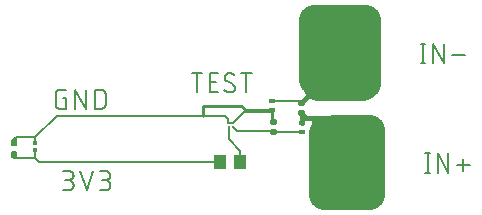
<source format=gtl>
G04 EAGLE Gerber X2 export*
%TF.Part,Single*%
%TF.FileFunction,Copper,L1,Top,Mixed*%
%TF.FilePolarity,Positive*%
%TF.GenerationSoftware,Autodesk,EAGLE,8.6.3*%
%TF.CreationDate,2019-05-09T12:32:44Z*%
G75*
%MOMM*%
%FSLAX34Y34*%
%LPD*%
%AMOC8*
5,1,8,0,0,1.08239X$1,22.5*%
G01*
%ADD10C,0.152400*%
%ADD11C,0.286200*%
%ADD12R,1.100000X1.250000*%
%ADD13C,0.250000*%
%ADD14R,0.600000X0.400000*%
%ADD15R,0.300000X0.400000*%
%ADD16C,0.406400*%
%ADD17C,1.016000*%
%ADD18C,2.540000*%
%ADD19C,1.270000*%
%ADD20C,0.254000*%


D10*
X175278Y109762D02*
X175278Y126018D01*
X179793Y126018D02*
X170762Y126018D01*
X185902Y109762D02*
X193127Y109762D01*
X185902Y109762D02*
X185902Y126018D01*
X193127Y126018D01*
X191321Y118793D02*
X185902Y118793D01*
X203796Y109762D02*
X203914Y109764D01*
X204032Y109770D01*
X204150Y109779D01*
X204267Y109793D01*
X204384Y109810D01*
X204501Y109831D01*
X204616Y109856D01*
X204731Y109885D01*
X204845Y109918D01*
X204957Y109954D01*
X205068Y109994D01*
X205178Y110037D01*
X205287Y110084D01*
X205394Y110134D01*
X205499Y110189D01*
X205602Y110246D01*
X205703Y110307D01*
X205803Y110371D01*
X205900Y110438D01*
X205995Y110508D01*
X206087Y110582D01*
X206178Y110658D01*
X206265Y110738D01*
X206350Y110820D01*
X206432Y110905D01*
X206512Y110992D01*
X206588Y111083D01*
X206662Y111175D01*
X206732Y111270D01*
X206799Y111367D01*
X206863Y111467D01*
X206924Y111568D01*
X206981Y111671D01*
X207036Y111776D01*
X207086Y111883D01*
X207133Y111992D01*
X207176Y112102D01*
X207216Y112213D01*
X207252Y112325D01*
X207285Y112439D01*
X207314Y112554D01*
X207339Y112669D01*
X207360Y112786D01*
X207377Y112903D01*
X207391Y113020D01*
X207400Y113138D01*
X207406Y113256D01*
X207408Y113374D01*
X203796Y109762D02*
X203613Y109764D01*
X203431Y109771D01*
X203249Y109782D01*
X203067Y109797D01*
X202885Y109817D01*
X202704Y109840D01*
X202524Y109869D01*
X202344Y109901D01*
X202165Y109938D01*
X201988Y109979D01*
X201811Y110025D01*
X201635Y110074D01*
X201461Y110128D01*
X201287Y110186D01*
X201116Y110248D01*
X200946Y110314D01*
X200777Y110385D01*
X200610Y110459D01*
X200445Y110537D01*
X200282Y110619D01*
X200121Y110705D01*
X199962Y110795D01*
X199805Y110889D01*
X199651Y110986D01*
X199499Y111087D01*
X199349Y111192D01*
X199202Y111300D01*
X199058Y111411D01*
X198916Y111526D01*
X198777Y111645D01*
X198641Y111767D01*
X198508Y111892D01*
X198378Y112020D01*
X198829Y122406D02*
X198831Y122524D01*
X198837Y122642D01*
X198846Y122760D01*
X198860Y122877D01*
X198877Y122994D01*
X198898Y123111D01*
X198923Y123226D01*
X198952Y123341D01*
X198985Y123455D01*
X199021Y123567D01*
X199061Y123678D01*
X199104Y123788D01*
X199151Y123897D01*
X199201Y124004D01*
X199256Y124109D01*
X199313Y124212D01*
X199374Y124313D01*
X199438Y124413D01*
X199505Y124510D01*
X199575Y124605D01*
X199649Y124697D01*
X199725Y124788D01*
X199805Y124875D01*
X199887Y124960D01*
X199972Y125042D01*
X200059Y125122D01*
X200150Y125198D01*
X200242Y125272D01*
X200337Y125342D01*
X200434Y125409D01*
X200534Y125473D01*
X200635Y125534D01*
X200738Y125592D01*
X200843Y125646D01*
X200950Y125696D01*
X201059Y125743D01*
X201169Y125787D01*
X201280Y125826D01*
X201393Y125862D01*
X201506Y125895D01*
X201621Y125924D01*
X201736Y125949D01*
X201853Y125970D01*
X201970Y125987D01*
X202087Y126001D01*
X202205Y126010D01*
X202323Y126016D01*
X202441Y126018D01*
X202602Y126016D01*
X202764Y126010D01*
X202925Y126001D01*
X203086Y125987D01*
X203246Y125970D01*
X203406Y125949D01*
X203566Y125924D01*
X203725Y125895D01*
X203883Y125863D01*
X204040Y125827D01*
X204196Y125787D01*
X204352Y125743D01*
X204506Y125695D01*
X204659Y125644D01*
X204811Y125590D01*
X204962Y125531D01*
X205111Y125470D01*
X205258Y125404D01*
X205404Y125335D01*
X205549Y125263D01*
X205691Y125187D01*
X205832Y125108D01*
X205971Y125026D01*
X206107Y124940D01*
X206242Y124851D01*
X206375Y124759D01*
X206505Y124663D01*
X200635Y119245D02*
X200534Y119307D01*
X200434Y119372D01*
X200337Y119441D01*
X200242Y119513D01*
X200149Y119587D01*
X200059Y119665D01*
X199971Y119746D01*
X199886Y119829D01*
X199804Y119915D01*
X199725Y120004D01*
X199648Y120095D01*
X199575Y120189D01*
X199504Y120285D01*
X199437Y120383D01*
X199373Y120483D01*
X199312Y120586D01*
X199255Y120690D01*
X199201Y120796D01*
X199151Y120904D01*
X199104Y121013D01*
X199060Y121124D01*
X199020Y121236D01*
X198984Y121350D01*
X198952Y121464D01*
X198923Y121580D01*
X198898Y121696D01*
X198877Y121813D01*
X198860Y121931D01*
X198846Y122049D01*
X198837Y122168D01*
X198831Y122287D01*
X198829Y122406D01*
X205602Y116535D02*
X205703Y116473D01*
X205803Y116408D01*
X205900Y116339D01*
X205995Y116267D01*
X206088Y116193D01*
X206178Y116115D01*
X206266Y116034D01*
X206351Y115951D01*
X206433Y115865D01*
X206512Y115776D01*
X206589Y115685D01*
X206662Y115591D01*
X206733Y115495D01*
X206800Y115397D01*
X206864Y115297D01*
X206925Y115194D01*
X206982Y115090D01*
X207036Y114984D01*
X207086Y114876D01*
X207133Y114767D01*
X207177Y114656D01*
X207217Y114544D01*
X207253Y114430D01*
X207285Y114316D01*
X207314Y114200D01*
X207339Y114084D01*
X207360Y113967D01*
X207377Y113849D01*
X207391Y113731D01*
X207400Y113612D01*
X207406Y113493D01*
X207408Y113374D01*
X205602Y116535D02*
X200635Y119245D01*
X216961Y126018D02*
X216961Y109762D01*
X212445Y126018D02*
X221476Y126018D01*
X370568Y58018D02*
X370568Y41762D01*
X368762Y41762D02*
X372374Y41762D01*
X372374Y58018D02*
X368762Y58018D01*
X379079Y58018D02*
X379079Y41762D01*
X388110Y41762D02*
X379079Y58018D01*
X388110Y58018D02*
X388110Y41762D01*
X395370Y48084D02*
X406207Y48084D01*
X400789Y42665D02*
X400789Y53502D01*
X366568Y134762D02*
X366568Y151018D01*
X364762Y134762D02*
X368374Y134762D01*
X368374Y151018D02*
X364762Y151018D01*
X375079Y151018D02*
X375079Y134762D01*
X384110Y134762D02*
X375079Y151018D01*
X384110Y151018D02*
X384110Y134762D01*
X391370Y141084D02*
X402207Y141084D01*
X64793Y104793D02*
X62084Y104793D01*
X64793Y104793D02*
X64793Y95762D01*
X59374Y95762D01*
X59256Y95764D01*
X59138Y95770D01*
X59020Y95779D01*
X58903Y95793D01*
X58786Y95810D01*
X58669Y95831D01*
X58554Y95856D01*
X58439Y95885D01*
X58325Y95918D01*
X58213Y95954D01*
X58102Y95994D01*
X57992Y96037D01*
X57883Y96084D01*
X57776Y96134D01*
X57671Y96189D01*
X57568Y96246D01*
X57467Y96307D01*
X57367Y96371D01*
X57270Y96438D01*
X57175Y96508D01*
X57083Y96582D01*
X56992Y96658D01*
X56905Y96738D01*
X56820Y96820D01*
X56738Y96905D01*
X56658Y96992D01*
X56582Y97083D01*
X56508Y97175D01*
X56438Y97270D01*
X56371Y97367D01*
X56307Y97467D01*
X56246Y97568D01*
X56189Y97671D01*
X56134Y97776D01*
X56084Y97883D01*
X56037Y97992D01*
X55994Y98102D01*
X55954Y98213D01*
X55918Y98325D01*
X55885Y98439D01*
X55856Y98554D01*
X55831Y98669D01*
X55810Y98786D01*
X55793Y98903D01*
X55779Y99020D01*
X55770Y99138D01*
X55764Y99256D01*
X55762Y99374D01*
X55762Y108406D01*
X55764Y108524D01*
X55770Y108642D01*
X55779Y108760D01*
X55793Y108877D01*
X55810Y108994D01*
X55831Y109111D01*
X55856Y109226D01*
X55885Y109341D01*
X55918Y109455D01*
X55954Y109567D01*
X55994Y109678D01*
X56037Y109788D01*
X56084Y109897D01*
X56134Y110004D01*
X56188Y110109D01*
X56246Y110212D01*
X56307Y110313D01*
X56371Y110413D01*
X56438Y110510D01*
X56508Y110605D01*
X56582Y110697D01*
X56658Y110788D01*
X56738Y110875D01*
X56820Y110960D01*
X56905Y111042D01*
X56992Y111122D01*
X57083Y111198D01*
X57175Y111272D01*
X57270Y111342D01*
X57367Y111409D01*
X57467Y111473D01*
X57568Y111534D01*
X57671Y111591D01*
X57776Y111645D01*
X57883Y111696D01*
X57992Y111743D01*
X58102Y111786D01*
X58213Y111826D01*
X58325Y111862D01*
X58439Y111895D01*
X58554Y111924D01*
X58669Y111949D01*
X58786Y111970D01*
X58903Y111987D01*
X59020Y112001D01*
X59138Y112010D01*
X59256Y112016D01*
X59374Y112018D01*
X64793Y112018D01*
X72435Y112018D02*
X72435Y95762D01*
X81466Y95762D02*
X72435Y112018D01*
X81466Y112018D02*
X81466Y95762D01*
X89109Y95762D02*
X89109Y112018D01*
X93624Y112018D01*
X93755Y112016D01*
X93887Y112010D01*
X94018Y112001D01*
X94148Y111987D01*
X94279Y111970D01*
X94408Y111949D01*
X94537Y111925D01*
X94665Y111896D01*
X94793Y111864D01*
X94919Y111828D01*
X95044Y111789D01*
X95169Y111746D01*
X95291Y111699D01*
X95413Y111649D01*
X95533Y111595D01*
X95651Y111538D01*
X95767Y111477D01*
X95882Y111413D01*
X95995Y111346D01*
X96106Y111275D01*
X96214Y111201D01*
X96321Y111124D01*
X96425Y111044D01*
X96527Y110961D01*
X96626Y110876D01*
X96723Y110787D01*
X96817Y110695D01*
X96909Y110601D01*
X96998Y110504D01*
X97083Y110405D01*
X97166Y110303D01*
X97246Y110199D01*
X97323Y110092D01*
X97397Y109984D01*
X97468Y109873D01*
X97535Y109760D01*
X97599Y109645D01*
X97660Y109529D01*
X97717Y109411D01*
X97771Y109291D01*
X97821Y109169D01*
X97868Y109047D01*
X97911Y108922D01*
X97950Y108797D01*
X97986Y108671D01*
X98018Y108543D01*
X98047Y108415D01*
X98071Y108286D01*
X98092Y108157D01*
X98109Y108026D01*
X98123Y107896D01*
X98132Y107765D01*
X98138Y107633D01*
X98140Y107502D01*
X98140Y100278D01*
X98138Y100147D01*
X98132Y100015D01*
X98123Y99884D01*
X98109Y99754D01*
X98092Y99623D01*
X98071Y99494D01*
X98047Y99365D01*
X98018Y99237D01*
X97986Y99109D01*
X97950Y98983D01*
X97911Y98858D01*
X97868Y98733D01*
X97821Y98611D01*
X97771Y98489D01*
X97717Y98369D01*
X97660Y98251D01*
X97599Y98135D01*
X97535Y98020D01*
X97468Y97907D01*
X97397Y97796D01*
X97323Y97688D01*
X97246Y97581D01*
X97166Y97477D01*
X97083Y97375D01*
X96998Y97276D01*
X96909Y97179D01*
X96817Y97085D01*
X96723Y96993D01*
X96626Y96904D01*
X96527Y96819D01*
X96425Y96736D01*
X96321Y96656D01*
X96214Y96579D01*
X96106Y96505D01*
X95995Y96434D01*
X95882Y96367D01*
X95767Y96303D01*
X95651Y96242D01*
X95533Y96185D01*
X95413Y96131D01*
X95291Y96081D01*
X95169Y96034D01*
X95044Y95991D01*
X94919Y95952D01*
X94793Y95916D01*
X94665Y95884D01*
X94537Y95855D01*
X94408Y95831D01*
X94278Y95810D01*
X94148Y95793D01*
X94018Y95779D01*
X93887Y95770D01*
X93755Y95764D01*
X93624Y95762D01*
X89109Y95762D01*
X66278Y26762D02*
X61762Y26762D01*
X66278Y26762D02*
X66411Y26764D01*
X66543Y26770D01*
X66675Y26780D01*
X66807Y26793D01*
X66939Y26811D01*
X67069Y26832D01*
X67200Y26857D01*
X67329Y26886D01*
X67457Y26919D01*
X67585Y26955D01*
X67711Y26995D01*
X67836Y27039D01*
X67960Y27087D01*
X68082Y27138D01*
X68203Y27193D01*
X68322Y27251D01*
X68440Y27313D01*
X68555Y27378D01*
X68669Y27447D01*
X68780Y27518D01*
X68889Y27594D01*
X68996Y27672D01*
X69101Y27753D01*
X69203Y27838D01*
X69303Y27925D01*
X69400Y28015D01*
X69495Y28108D01*
X69586Y28204D01*
X69675Y28302D01*
X69761Y28403D01*
X69844Y28507D01*
X69924Y28613D01*
X70000Y28721D01*
X70074Y28831D01*
X70144Y28944D01*
X70211Y29058D01*
X70274Y29175D01*
X70334Y29293D01*
X70391Y29413D01*
X70444Y29535D01*
X70493Y29658D01*
X70539Y29782D01*
X70581Y29908D01*
X70619Y30035D01*
X70654Y30163D01*
X70685Y30292D01*
X70712Y30421D01*
X70735Y30552D01*
X70755Y30683D01*
X70770Y30815D01*
X70782Y30947D01*
X70790Y31079D01*
X70794Y31212D01*
X70794Y31344D01*
X70790Y31477D01*
X70782Y31609D01*
X70770Y31741D01*
X70755Y31873D01*
X70735Y32004D01*
X70712Y32135D01*
X70685Y32264D01*
X70654Y32393D01*
X70619Y32521D01*
X70581Y32648D01*
X70539Y32774D01*
X70493Y32898D01*
X70444Y33021D01*
X70391Y33143D01*
X70334Y33263D01*
X70274Y33381D01*
X70211Y33498D01*
X70144Y33612D01*
X70074Y33725D01*
X70000Y33835D01*
X69924Y33943D01*
X69844Y34049D01*
X69761Y34153D01*
X69675Y34254D01*
X69586Y34352D01*
X69495Y34448D01*
X69400Y34541D01*
X69303Y34631D01*
X69203Y34718D01*
X69101Y34803D01*
X68996Y34884D01*
X68889Y34962D01*
X68780Y35038D01*
X68669Y35109D01*
X68555Y35178D01*
X68440Y35243D01*
X68322Y35305D01*
X68203Y35363D01*
X68082Y35418D01*
X67960Y35469D01*
X67836Y35517D01*
X67711Y35561D01*
X67585Y35601D01*
X67457Y35637D01*
X67329Y35670D01*
X67200Y35699D01*
X67069Y35724D01*
X66939Y35745D01*
X66807Y35763D01*
X66675Y35776D01*
X66543Y35786D01*
X66411Y35792D01*
X66278Y35794D01*
X67181Y43018D02*
X61762Y43018D01*
X67181Y43018D02*
X67300Y43016D01*
X67420Y43010D01*
X67539Y43000D01*
X67657Y42986D01*
X67776Y42969D01*
X67893Y42947D01*
X68010Y42922D01*
X68125Y42892D01*
X68240Y42859D01*
X68354Y42822D01*
X68466Y42782D01*
X68577Y42737D01*
X68686Y42689D01*
X68794Y42638D01*
X68900Y42583D01*
X69004Y42524D01*
X69106Y42462D01*
X69206Y42397D01*
X69304Y42328D01*
X69400Y42256D01*
X69493Y42181D01*
X69583Y42104D01*
X69671Y42023D01*
X69756Y41939D01*
X69838Y41852D01*
X69918Y41763D01*
X69994Y41671D01*
X70068Y41577D01*
X70138Y41480D01*
X70205Y41382D01*
X70269Y41281D01*
X70329Y41177D01*
X70386Y41072D01*
X70439Y40965D01*
X70489Y40857D01*
X70535Y40747D01*
X70577Y40635D01*
X70616Y40522D01*
X70651Y40408D01*
X70682Y40293D01*
X70710Y40176D01*
X70733Y40059D01*
X70753Y39942D01*
X70769Y39823D01*
X70781Y39704D01*
X70789Y39585D01*
X70793Y39466D01*
X70793Y39346D01*
X70789Y39227D01*
X70781Y39108D01*
X70769Y38989D01*
X70753Y38870D01*
X70733Y38753D01*
X70710Y38636D01*
X70682Y38519D01*
X70651Y38404D01*
X70616Y38290D01*
X70577Y38177D01*
X70535Y38065D01*
X70489Y37955D01*
X70439Y37847D01*
X70386Y37740D01*
X70329Y37635D01*
X70269Y37531D01*
X70205Y37430D01*
X70138Y37332D01*
X70068Y37235D01*
X69994Y37141D01*
X69918Y37049D01*
X69838Y36960D01*
X69756Y36873D01*
X69671Y36789D01*
X69583Y36708D01*
X69493Y36631D01*
X69400Y36556D01*
X69304Y36484D01*
X69206Y36415D01*
X69106Y36350D01*
X69004Y36288D01*
X68900Y36229D01*
X68794Y36174D01*
X68686Y36123D01*
X68577Y36075D01*
X68466Y36030D01*
X68354Y35990D01*
X68240Y35953D01*
X68125Y35920D01*
X68010Y35890D01*
X67893Y35865D01*
X67776Y35843D01*
X67657Y35826D01*
X67539Y35812D01*
X67420Y35802D01*
X67300Y35796D01*
X67181Y35794D01*
X67181Y35793D02*
X63568Y35793D01*
X76490Y43018D02*
X81909Y26762D01*
X87327Y43018D01*
X93024Y26762D02*
X97540Y26762D01*
X97673Y26764D01*
X97805Y26770D01*
X97937Y26780D01*
X98069Y26793D01*
X98201Y26811D01*
X98331Y26832D01*
X98462Y26857D01*
X98591Y26886D01*
X98719Y26919D01*
X98847Y26955D01*
X98973Y26995D01*
X99098Y27039D01*
X99222Y27087D01*
X99344Y27138D01*
X99465Y27193D01*
X99584Y27251D01*
X99702Y27313D01*
X99817Y27378D01*
X99931Y27447D01*
X100042Y27518D01*
X100151Y27594D01*
X100258Y27672D01*
X100363Y27753D01*
X100465Y27838D01*
X100565Y27925D01*
X100662Y28015D01*
X100757Y28108D01*
X100848Y28204D01*
X100937Y28302D01*
X101023Y28403D01*
X101106Y28507D01*
X101186Y28613D01*
X101262Y28721D01*
X101336Y28831D01*
X101406Y28944D01*
X101473Y29058D01*
X101536Y29175D01*
X101596Y29293D01*
X101653Y29413D01*
X101706Y29535D01*
X101755Y29658D01*
X101801Y29782D01*
X101843Y29908D01*
X101881Y30035D01*
X101916Y30163D01*
X101947Y30292D01*
X101974Y30421D01*
X101997Y30552D01*
X102017Y30683D01*
X102032Y30815D01*
X102044Y30947D01*
X102052Y31079D01*
X102056Y31212D01*
X102056Y31344D01*
X102052Y31477D01*
X102044Y31609D01*
X102032Y31741D01*
X102017Y31873D01*
X101997Y32004D01*
X101974Y32135D01*
X101947Y32264D01*
X101916Y32393D01*
X101881Y32521D01*
X101843Y32648D01*
X101801Y32774D01*
X101755Y32898D01*
X101706Y33021D01*
X101653Y33143D01*
X101596Y33263D01*
X101536Y33381D01*
X101473Y33498D01*
X101406Y33612D01*
X101336Y33725D01*
X101262Y33835D01*
X101186Y33943D01*
X101106Y34049D01*
X101023Y34153D01*
X100937Y34254D01*
X100848Y34352D01*
X100757Y34448D01*
X100662Y34541D01*
X100565Y34631D01*
X100465Y34718D01*
X100363Y34803D01*
X100258Y34884D01*
X100151Y34962D01*
X100042Y35038D01*
X99931Y35109D01*
X99817Y35178D01*
X99702Y35243D01*
X99584Y35305D01*
X99465Y35363D01*
X99344Y35418D01*
X99222Y35469D01*
X99098Y35517D01*
X98973Y35561D01*
X98847Y35601D01*
X98719Y35637D01*
X98591Y35670D01*
X98462Y35699D01*
X98331Y35724D01*
X98201Y35745D01*
X98069Y35763D01*
X97937Y35776D01*
X97805Y35786D01*
X97673Y35792D01*
X97540Y35794D01*
X98443Y43018D02*
X93024Y43018D01*
X98443Y43018D02*
X98562Y43016D01*
X98682Y43010D01*
X98801Y43000D01*
X98919Y42986D01*
X99038Y42969D01*
X99155Y42947D01*
X99272Y42922D01*
X99387Y42892D01*
X99502Y42859D01*
X99616Y42822D01*
X99728Y42782D01*
X99839Y42737D01*
X99948Y42689D01*
X100056Y42638D01*
X100162Y42583D01*
X100266Y42524D01*
X100368Y42462D01*
X100468Y42397D01*
X100566Y42328D01*
X100662Y42256D01*
X100755Y42181D01*
X100845Y42104D01*
X100933Y42023D01*
X101018Y41939D01*
X101100Y41852D01*
X101180Y41763D01*
X101256Y41671D01*
X101330Y41577D01*
X101400Y41480D01*
X101467Y41382D01*
X101531Y41281D01*
X101591Y41177D01*
X101648Y41072D01*
X101701Y40965D01*
X101751Y40857D01*
X101797Y40747D01*
X101839Y40635D01*
X101878Y40522D01*
X101913Y40408D01*
X101944Y40293D01*
X101972Y40176D01*
X101995Y40059D01*
X102015Y39942D01*
X102031Y39823D01*
X102043Y39704D01*
X102051Y39585D01*
X102055Y39466D01*
X102055Y39346D01*
X102051Y39227D01*
X102043Y39108D01*
X102031Y38989D01*
X102015Y38870D01*
X101995Y38753D01*
X101972Y38636D01*
X101944Y38519D01*
X101913Y38404D01*
X101878Y38290D01*
X101839Y38177D01*
X101797Y38065D01*
X101751Y37955D01*
X101701Y37847D01*
X101648Y37740D01*
X101591Y37635D01*
X101531Y37531D01*
X101467Y37430D01*
X101400Y37332D01*
X101330Y37235D01*
X101256Y37141D01*
X101180Y37049D01*
X101100Y36960D01*
X101018Y36873D01*
X100933Y36789D01*
X100845Y36708D01*
X100755Y36631D01*
X100662Y36556D01*
X100566Y36484D01*
X100468Y36415D01*
X100368Y36350D01*
X100266Y36288D01*
X100162Y36229D01*
X100056Y36174D01*
X99948Y36123D01*
X99839Y36075D01*
X99728Y36030D01*
X99616Y35990D01*
X99502Y35953D01*
X99387Y35920D01*
X99272Y35890D01*
X99155Y35865D01*
X99038Y35843D01*
X98919Y35826D01*
X98801Y35812D01*
X98682Y35802D01*
X98562Y35796D01*
X98443Y35794D01*
X98443Y35793D02*
X94831Y35793D01*
D11*
X238031Y77969D02*
X241169Y77969D01*
X241169Y75431D01*
X238031Y75431D01*
X238031Y77969D01*
X238031Y86569D02*
X241169Y86569D01*
X241169Y84031D01*
X238031Y84031D01*
X238031Y86569D01*
X262031Y93469D02*
X265169Y93469D01*
X265169Y90931D01*
X262031Y90931D01*
X262031Y93469D01*
X262031Y102069D02*
X265169Y102069D01*
X265169Y99531D01*
X262031Y99531D01*
X262031Y102069D01*
D12*
X211700Y50800D03*
X194700Y50800D03*
D13*
X206200Y83900D03*
X202200Y83900D03*
X202200Y79900D03*
X206200Y79900D03*
D14*
X263800Y84000D03*
X263800Y76000D03*
X239200Y94300D03*
X239200Y102300D03*
D15*
X38100Y60500D03*
X38100Y66500D03*
D16*
X263600Y92200D02*
X267800Y88000D01*
X274000Y88000D01*
X291000Y88000D02*
X293000Y88000D01*
X267800Y88000D02*
X266800Y88000D01*
X263800Y91000D01*
X263800Y84000D01*
X291000Y88000D02*
X296000Y83000D01*
X296000Y28000D02*
X294000Y26000D01*
X291500Y28500D01*
X291000Y29000D02*
X274000Y46000D01*
X274000Y88000D01*
X296000Y83000D02*
X296000Y28000D01*
X291000Y88000D02*
X274000Y88000D01*
D17*
X291500Y77500D02*
X291500Y28500D01*
X291500Y77500D02*
X287000Y82000D01*
X279000Y82000D01*
X279000Y41000D01*
X291000Y29000D01*
X285000Y43000D02*
X285000Y56000D01*
X285000Y75000D02*
X286000Y76000D01*
X285000Y75000D02*
X277000Y67000D01*
X277000Y39000D01*
X293000Y23000D01*
X293000Y85000D01*
D18*
X285000Y75000D02*
X285000Y56000D01*
X291500Y77500D02*
X304000Y77500D01*
X321500Y77500D01*
X322000Y77000D01*
X322000Y22860D01*
X283000Y22860D01*
X283000Y75000D01*
X285000Y75000D01*
X304000Y77500D02*
X304000Y38000D01*
D10*
X262100Y102300D02*
X239200Y102300D01*
X262100Y102300D02*
X263600Y100800D01*
D16*
X270800Y108000D01*
X293000Y108000D01*
X293000Y123000D01*
X293000Y143000D01*
X291000Y145000D01*
D19*
X291000Y138000D01*
X291000Y116000D01*
X290000Y115000D01*
X278000Y115000D01*
X278000Y141000D01*
X283000Y146000D01*
X285000Y148000D01*
X283000Y146000D02*
X283000Y120000D01*
X283000Y146000D02*
X283000Y151000D01*
X290000Y158000D01*
X291000Y157000D01*
X291000Y145000D01*
X291000Y138000D02*
X284000Y145000D01*
X278000Y145000D01*
X278000Y160000D01*
X281000Y163000D01*
X290000Y163000D01*
X291000Y162000D01*
X291000Y113000D02*
X277000Y113000D01*
X276000Y114000D01*
X291000Y113000D02*
X291000Y162000D01*
D17*
X274000Y120000D02*
X274000Y111000D01*
X274000Y120000D02*
X274000Y161000D01*
X287000Y174000D01*
X293000Y174000D01*
X293000Y123000D01*
X293000Y112000D01*
X292000Y111000D01*
D18*
X274000Y120000D02*
X274000Y171000D01*
X318000Y171000D01*
X318000Y117000D01*
X316000Y115000D01*
X278000Y115000D01*
X293000Y123000D02*
X302000Y132000D01*
X302000Y157000D01*
D10*
X239600Y76700D02*
X239000Y76700D01*
X209400Y76700D01*
X206200Y79900D01*
X239700Y76000D02*
X263800Y76000D01*
X239700Y76000D02*
X239000Y76700D01*
X206200Y83900D02*
X202200Y83900D01*
X38100Y71100D02*
X38100Y66500D01*
X201736Y83436D02*
X202200Y83900D01*
X206200Y83900D02*
X216150Y93850D01*
X216600Y94300D01*
X239000Y94300D01*
X239200Y94300D01*
X239000Y85900D02*
X239600Y85300D01*
X239000Y85900D02*
X239000Y94300D01*
X201736Y87264D02*
X201736Y83436D01*
X201736Y87264D02*
X199000Y90000D01*
X57000Y90000D02*
X38500Y71500D01*
X38100Y71100D01*
X180000Y90000D02*
X199000Y90000D01*
X180000Y90000D02*
X57000Y90000D01*
D20*
X239000Y94100D02*
X239200Y94300D01*
X239000Y94100D02*
X239000Y85900D01*
X238750Y93850D02*
X239200Y94300D01*
X238750Y93850D02*
X216150Y93850D01*
X180000Y90000D02*
X180000Y98000D01*
X212900Y98000D01*
X216600Y94300D01*
D10*
X38500Y71500D02*
X22000Y71500D01*
X22000Y65000D01*
X21000Y65000D01*
X19000Y65000D01*
X19000Y68500D01*
X19750Y69250D01*
X20250Y69750D01*
X22000Y71500D01*
X21000Y69000D02*
X21000Y66000D01*
X20000Y68000D02*
X21000Y69000D01*
X20000Y68000D02*
X20000Y66000D01*
X202200Y69800D02*
X202200Y79900D01*
X211700Y60300D02*
X211700Y50800D01*
X211700Y60300D02*
X202200Y69800D01*
X38100Y60500D02*
X38100Y53900D01*
X41200Y50800D02*
X194700Y50800D01*
X41200Y50800D02*
X38100Y53900D01*
X20100Y53900D01*
X19000Y59000D02*
X22000Y59000D01*
X22000Y55000D02*
X20000Y55000D01*
X20000Y57000D01*
X21000Y58000D01*
X20000Y58000D01*
X20000Y57000D01*
X21000Y56000D01*
X21000Y57000D01*
X19000Y55000D02*
X20100Y53900D01*
X19000Y55000D02*
X19000Y59000D01*
X22000Y59000D02*
X22000Y55000D01*
M02*

</source>
